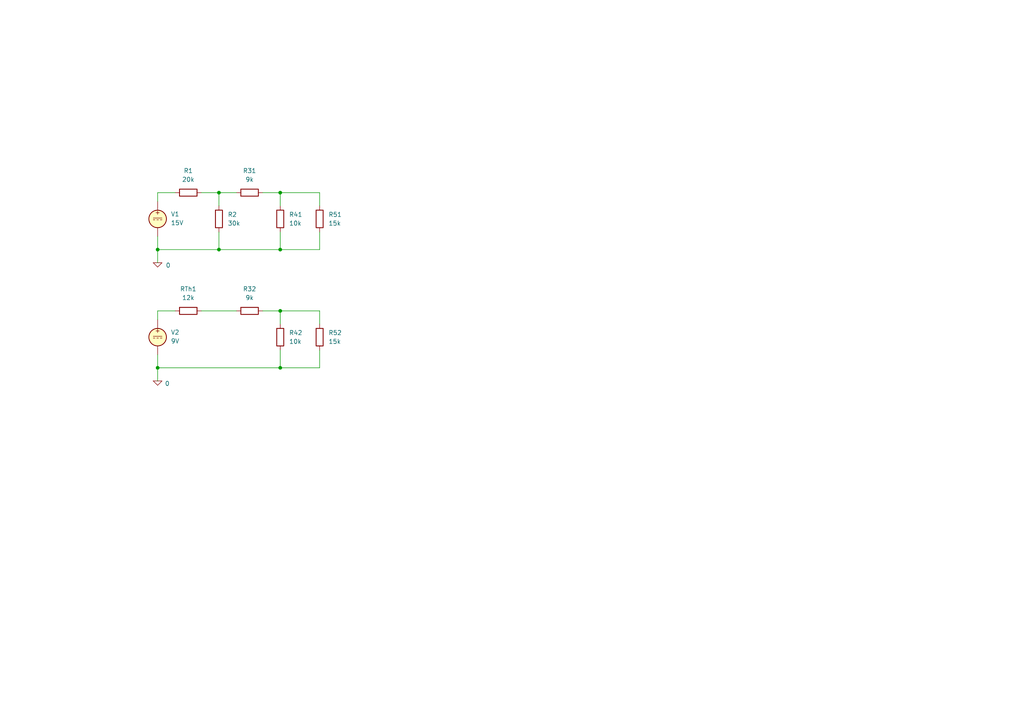
<source format=kicad_sch>
(kicad_sch (version 20250114) (generator "eeschema") (generator_version "9.0")
  (paper "A4")
  (lib_symbols
    (symbol "Device:R" (pin_numbers (hide yes)) (pin_names (offset 0))
      (property "Reference" "R" (at 2.032 0 90))
      (property "Value" "R" (at 0 0 90))
      (symbol "R_0_1"
        (rectangle (start -1.016 -2.54) (end 1.016 2.54) (stroke (width 0.254)))
      )
      (symbol "R_1_1"
        (pin passive line (at 0 3.81 270) (length 1.27) (name "~") (number "1"))
        (pin passive line (at 0 -3.81 90) (length 1.27) (name "~") (number "2"))
      )
    )
    (symbol "Simulation_SPICE:0" (power) (pin_numbers (hide yes)) (pin_names (offset 0) (hide yes))
      (property "Value" "0" (at 0 -2.54 0))
      (symbol "0_0_1"
        (polyline (pts (xy -1.27 0) (xy 0 -1.27) (xy 1.27 0) (xy -1.27 0)))
      )
      (symbol "0_1_1"
        (pin power_in line (at 0 0 0) (length 0) (name "~") (number "1"))
      )
    )
    (symbol "Simulation_SPICE:VDC" (pin_numbers (hide yes)) (pin_names (offset 0.0254))
      (property "Reference" "V" (at 2.54 2.54 0))
      (property "Value" "1" (at 2.54 0 0))
      (symbol "VDC_0_0"
        (polyline (pts (xy -1.27 0.254) (xy 1.27 0.254)))
        (polyline (pts (xy -0.762 -0.254) (xy -1.27 -0.254)))
        (polyline (pts (xy 0.254 -0.254) (xy -0.254 -0.254)))
        (polyline (pts (xy 1.27 -0.254) (xy 0.762 -0.254)))
        (text "+" (at 0 1.905 0) (effects (font (size 1.27 1.27))))
      )
      (symbol "VDC_0_1"
        (circle (center 0 0) (radius 2.54) (stroke (width 0.254)) (fill (type background)))
      )
      (symbol "VDC_1_1"
        (pin passive line (at 0 5.08 270) (length 2.54) (name "~") (number "1"))
        (pin passive line (at 0 -5.08 90) (length 2.54) (name "~") (number "2"))
      )
    )
  )
  (junction (at 63.5 55.88))
  (junction (at 63.5 72.39))
  (junction (at 45.72 72.39))
  (junction (at 45.72 106.68))
  (junction (at 81.28 72.39))
  (junction (at 81.28 55.88))
  (junction (at 81.28 90.17))
  (junction (at 81.28 106.68))
  (wire (pts (xy 45.72 106.68) (xy 45.72 110.49)))
  (wire (pts (xy 92.71 72.39) (xy 92.71 67.31)))
  (wire (pts (xy 50.8 55.88) (xy 45.72 55.88)))
  (wire (pts (xy 45.72 72.39) (xy 45.72 68.58)))
  (wire (pts (xy 45.72 106.68) (xy 81.28 106.68)))
  (wire (pts (xy 45.72 72.39) (xy 63.5 72.39)))
  (wire (pts (xy 92.71 93.98) (xy 92.71 90.17)))
  (wire (pts (xy 92.71 55.88) (xy 81.28 55.88)))
  (wire (pts (xy 45.72 55.88) (xy 45.72 58.42)))
  (wire (pts (xy 81.28 72.39) (xy 81.28 67.31)))
  (wire (pts (xy 92.71 90.17) (xy 81.28 90.17)))
  (wire (pts (xy 63.5 72.39) (xy 81.28 72.39)))
  (wire (pts (xy 45.72 106.68) (xy 45.72 102.87)))
  (wire (pts (xy 81.28 90.17) (xy 76.2 90.17)))
  (wire (pts (xy 63.5 55.88) (xy 63.5 59.69)))
  (wire (pts (xy 63.5 55.88) (xy 68.58 55.88)))
  (wire (pts (xy 81.28 72.39) (xy 92.71 72.39)))
  (wire (pts (xy 81.28 55.88) (xy 81.28 59.69)))
  (wire (pts (xy 81.28 106.68) (xy 81.28 101.6)))
  (wire (pts (xy 63.5 72.39) (xy 63.5 67.31)))
  (wire (pts (xy 58.42 90.17) (xy 68.58 90.17)))
  (wire (pts (xy 45.72 72.39) (xy 45.72 76.2)))
  (wire (pts (xy 50.8 90.17) (xy 45.72 90.17)))
  (wire (pts (xy 58.42 55.88) (xy 63.5 55.88)))
  (wire (pts (xy 92.71 106.68) (xy 92.71 101.6)))
  (wire (pts (xy 81.28 55.88) (xy 76.2 55.88)))
  (wire (pts (xy 45.72 90.17) (xy 45.72 92.71)))
  (wire (pts (xy 81.28 90.17) (xy 81.28 93.98)))
  (wire (pts (xy 81.28 106.68) (xy 92.71 106.68)))
  (wire (pts (xy 92.71 59.69) (xy 92.71 55.88)))
  (symbol (lib_id "Device:R") (at 92.71 63.5 0) (unit 1)
    (property "Reference" "R51" (at 95.25 62.2299 0) (effects (justify left)))
    (property "Value" "15k" (at 95.25 64.7699 0) (effects (justify left)))
    (property "Description" "Resistor" (effects (hide yes)))
  )
  (symbol (lib_id "Device:R") (at 72.39 90.17 90) (unit 1)
    (property "Reference" "R32" (at 72.39 83.82 90))
    (property "Value" "9k" (at 72.39 86.36 90))
    (property "Description" "Resistor" (effects (hide yes)))
  )
  (symbol (lib_id "Device:R") (at 92.71 97.79 0) (unit 1)
    (property "Reference" "R52" (at 95.25 96.5199 0) (effects (justify left)))
    (property "Value" "15k" (at 95.25 99.0599 0) (effects (justify left)))
    (property "Description" "Resistor" (effects (hide yes)))
  )
  (symbol (lib_id "Simulation_SPICE:VDC") (at 45.72 97.79 0) (unit 1)
    (property "Reference" "V2" (at 49.53 96.3901 0) (effects (justify left)))
    (property "Value" "9V" (at 49.53 98.9301 0) (effects (justify left)))
    (property "Datasheet" "https://ngspice.sourceforge.io/docs/ngspice-html-manual/manual.xhtml#sec_Independent_Sources_for" (effects (hide yes)))
    (property "Description" "Voltage source, DC" (effects (hide yes)))
    (property "Sim.Pins" "1=+ 2=-" (effects (hide yes)))
    (property "Sim.Type" "DC" (effects (hide yes)))
    (property "Sim.Device" "V" (effects (hide yes)))
  )
  (symbol (lib_id "Simulation_SPICE:0") (at 45.72 76.2 0) (unit 1)
    (property "Reference" "#GND01" (effects (hide yes)))
    (property "Value" "0" (at 48.768 76.962 0))
    (property "Datasheet" "https://ngspice.sourceforge.io/docs/ngspice-html-manual/manual.xhtml#subsec_Circuit_elements__device" (effects (hide yes)))
    (property "Description" "0V reference potential for simulation" (effects (hide yes)))
  )
  (symbol (lib_id "Device:R") (at 81.28 63.5 0) (unit 1)
    (property "Reference" "R41" (at 83.82 62.2299 0) (effects (justify left)))
    (property "Value" "10k" (at 83.82 64.7699 0) (effects (justify left)))
    (property "Description" "Resistor" (effects (hide yes)))
  )
  (symbol (lib_id "Simulation_SPICE:0") (at 45.72 110.49 0) (unit 1)
    (property "Reference" "#GND02" (effects (hide yes)))
    (property "Value" "0" (at 48.514 111.252 0))
    (property "Datasheet" "https://ngspice.sourceforge.io/docs/ngspice-html-manual/manual.xhtml#subsec_Circuit_elements__device" (effects (hide yes)))
    (property "Description" "0V reference potential for simulation" (effects (hide yes)))
  )
  (symbol (lib_id "Device:R") (at 81.28 97.79 0) (unit 1)
    (property "Reference" "R42" (at 83.82 96.5199 0) (effects (justify left)))
    (property "Value" "10k" (at 83.82 99.0599 0) (effects (justify left)))
    (property "Description" "Resistor" (effects (hide yes)))
  )
  (symbol (lib_id "Device:R") (at 54.61 90.17 90) (unit 1)
    (property "Reference" "RTh1" (at 54.61 83.82 90))
    (property "Value" "12k" (at 54.61 86.36 90))
    (property "Description" "Resistor" (effects (hide yes)))
  )
  (symbol (lib_id "Simulation_SPICE:VDC") (at 45.72 63.5 0) (unit 1)
    (property "Reference" "V1" (at 49.53 62.1001 0) (effects (justify left)))
    (property "Value" "15V" (at 49.53 64.6401 0) (effects (justify left)))
    (property "Datasheet" "https://ngspice.sourceforge.io/docs/ngspice-html-manual/manual.xhtml#sec_Independent_Sources_for" (effects (hide yes)))
    (property "Description" "Voltage source, DC" (effects (hide yes)))
    (property "Sim.Pins" "1=+ 2=-" (effects (hide yes)))
    (property "Sim.Type" "DC" (effects (hide yes)))
    (property "Sim.Device" "V" (effects (hide yes)))
  )
  (symbol (lib_id "Device:R") (at 54.61 55.88 90) (unit 1)
    (property "Reference" "R1" (at 54.61 49.53 90))
    (property "Value" "20k" (at 54.61 52.07 90))
    (property "Description" "Resistor" (effects (hide yes)))
  )
  (symbol (lib_id "Device:R") (at 63.5 63.5 0) (unit 1)
    (property "Reference" "R2" (at 66.04 62.2299 0) (effects (justify left)))
    (property "Value" "30k" (at 66.04 64.7699 0) (effects (justify left)))
    (property "Description" "Resistor" (effects (hide yes)))
  )
  (symbol (lib_id "Device:R") (at 72.39 55.88 90) (unit 1)
    (property "Reference" "R31" (at 72.39 49.53 90))
    (property "Value" "9k" (at 72.39 52.07 90))
    (property "Description" "Resistor" (effects (hide yes)))
  )
)
</source>
